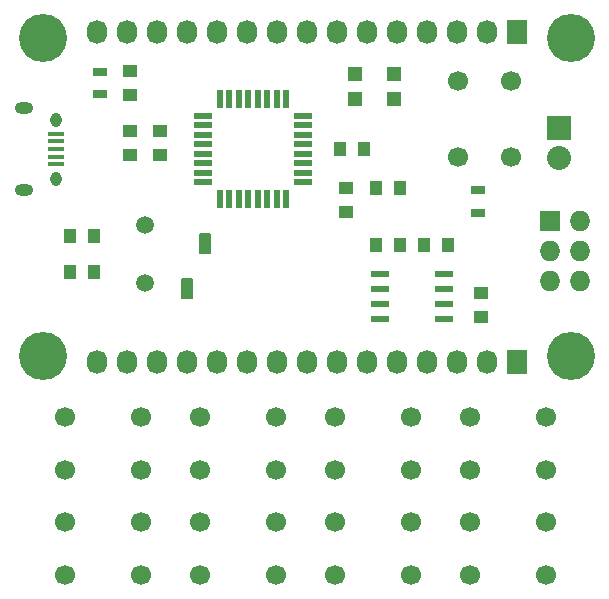
<source format=gts>
G04 #@! TF.FileFunction,Soldermask,Top*
%FSLAX46Y46*%
G04 Gerber Fmt 4.6, Leading zero omitted, Abs format (unit mm)*
G04 Created by KiCad (PCBNEW 4.0.1-stable) date 5/8/2016 2:59:50 PM*
%MOMM*%
G01*
G04 APERTURE LIST*
%ADD10C,0.100000*%
%ADD11C,4.064000*%
%ADD12C,1.700000*%
%ADD13R,1.000000X1.250000*%
%ADD14R,1.250000X1.000000*%
%ADD15R,1.198880X1.198880*%
%ADD16R,1.600000X0.550000*%
%ADD17R,0.550000X1.600000*%
%ADD18R,1.727200X2.032000*%
%ADD19O,1.727200X2.032000*%
%ADD20R,1.300000X0.700000*%
%ADD21R,1.550000X0.600000*%
%ADD22C,1.501140*%
%ADD23R,2.032000X2.032000*%
%ADD24O,2.032000X2.032000*%
%ADD25R,1.350000X0.400000*%
%ADD26O,0.950000X1.250000*%
%ADD27O,1.550000X1.000000*%
%ADD28R,1.727200X1.727200*%
%ADD29O,1.727200X1.727200*%
%ADD30C,0.152400*%
G04 APERTURE END LIST*
D10*
D11*
X112268000Y-97028000D03*
D12*
X125528000Y-129068000D03*
X132028000Y-129068000D03*
X132028000Y-133568000D03*
X125528000Y-133568000D03*
D13*
X116570000Y-113792000D03*
X114570000Y-113792000D03*
X116570000Y-116840000D03*
X114570000Y-116840000D03*
D14*
X122174000Y-106918000D03*
X122174000Y-104918000D03*
X119634000Y-106918000D03*
X119634000Y-104918000D03*
D13*
X140478000Y-109728000D03*
X142478000Y-109728000D03*
X137430000Y-106426000D03*
X139430000Y-106426000D03*
X146542000Y-114554000D03*
X144542000Y-114554000D03*
X140478000Y-114554000D03*
X142478000Y-114554000D03*
D14*
X149352000Y-120634000D03*
X149352000Y-118634000D03*
D15*
X141986000Y-102141020D03*
X141986000Y-100042980D03*
X138684000Y-102141020D03*
X138684000Y-100042980D03*
D16*
X125798000Y-103626000D03*
X125798000Y-104426000D03*
X125798000Y-105226000D03*
X125798000Y-106026000D03*
X125798000Y-106826000D03*
X125798000Y-107626000D03*
X125798000Y-108426000D03*
X125798000Y-109226000D03*
D17*
X127248000Y-110676000D03*
X128048000Y-110676000D03*
X128848000Y-110676000D03*
X129648000Y-110676000D03*
X130448000Y-110676000D03*
X131248000Y-110676000D03*
X132048000Y-110676000D03*
X132848000Y-110676000D03*
D16*
X134298000Y-109226000D03*
X134298000Y-108426000D03*
X134298000Y-107626000D03*
X134298000Y-106826000D03*
X134298000Y-106026000D03*
X134298000Y-105226000D03*
X134298000Y-104426000D03*
X134298000Y-103626000D03*
D17*
X132848000Y-102176000D03*
X132048000Y-102176000D03*
X131248000Y-102176000D03*
X130448000Y-102176000D03*
X129648000Y-102176000D03*
X128848000Y-102176000D03*
X128048000Y-102176000D03*
X127248000Y-102176000D03*
D14*
X137922000Y-111744000D03*
X137922000Y-109744000D03*
D18*
X152400000Y-96520000D03*
D19*
X149860000Y-96520000D03*
X147320000Y-96520000D03*
X144780000Y-96520000D03*
X142240000Y-96520000D03*
X139700000Y-96520000D03*
X137160000Y-96520000D03*
X134620000Y-96520000D03*
X132080000Y-96520000D03*
X129540000Y-96520000D03*
X127000000Y-96520000D03*
X124460000Y-96520000D03*
X121920000Y-96520000D03*
X119380000Y-96520000D03*
X116840000Y-96520000D03*
D18*
X152400000Y-124460000D03*
D19*
X149860000Y-124460000D03*
X147320000Y-124460000D03*
X144780000Y-124460000D03*
X142240000Y-124460000D03*
X139700000Y-124460000D03*
X137160000Y-124460000D03*
X134620000Y-124460000D03*
X132080000Y-124460000D03*
X129540000Y-124460000D03*
X127000000Y-124460000D03*
X124460000Y-124460000D03*
X121920000Y-124460000D03*
X119380000Y-124460000D03*
X116840000Y-124460000D03*
D20*
X117094000Y-101788000D03*
X117094000Y-99888000D03*
X149098000Y-111821000D03*
X149098000Y-109921000D03*
D21*
X146210000Y-120777000D03*
X146210000Y-119507000D03*
X146210000Y-118237000D03*
X146210000Y-116967000D03*
X140810000Y-116967000D03*
X140810000Y-118237000D03*
X140810000Y-119507000D03*
X140810000Y-120777000D03*
D22*
X120904000Y-112875060D03*
X120904000Y-117756940D03*
D12*
X114098000Y-129068000D03*
X120598000Y-129068000D03*
X120598000Y-133568000D03*
X114098000Y-133568000D03*
X136958000Y-129068000D03*
X143458000Y-129068000D03*
X143458000Y-133568000D03*
X136958000Y-133568000D03*
X148388000Y-129068000D03*
X154888000Y-129068000D03*
X154888000Y-133568000D03*
X148388000Y-133568000D03*
X114098000Y-137958000D03*
X120598000Y-137958000D03*
X120598000Y-142458000D03*
X114098000Y-142458000D03*
X125528000Y-137958000D03*
X132028000Y-137958000D03*
X132028000Y-142458000D03*
X125528000Y-142458000D03*
X136958000Y-137958000D03*
X143458000Y-137958000D03*
X143458000Y-142458000D03*
X136958000Y-142458000D03*
X148388000Y-137958000D03*
X154888000Y-137958000D03*
X154888000Y-142458000D03*
X148388000Y-142458000D03*
X151856000Y-100636000D03*
X151856000Y-107136000D03*
X147356000Y-107136000D03*
X147356000Y-100636000D03*
D11*
X156972000Y-97028000D03*
X112268000Y-123952000D03*
X156972000Y-123952000D03*
D23*
X155956000Y-104648000D03*
D24*
X155956000Y-107188000D03*
D25*
X113322540Y-105125100D03*
X113322540Y-105775100D03*
X113322540Y-106425100D03*
X113322540Y-107075100D03*
X113322540Y-107725100D03*
D26*
X113322540Y-103925100D03*
X113322540Y-108925100D03*
D27*
X110622540Y-102925100D03*
X110622540Y-109925100D03*
D28*
X155194000Y-112522000D03*
D29*
X157734000Y-112522000D03*
X155194000Y-115062000D03*
X157734000Y-115062000D03*
X155194000Y-117602000D03*
X157734000Y-117602000D03*
D14*
X119634000Y-99838000D03*
X119634000Y-101838000D03*
D30*
G36*
X124891800Y-119049800D02*
X124028200Y-119049800D01*
X124028200Y-117424200D01*
X124891800Y-117424200D01*
X124891800Y-119049800D01*
X124891800Y-119049800D01*
G37*
X124891800Y-119049800D02*
X124028200Y-119049800D01*
X124028200Y-117424200D01*
X124891800Y-117424200D01*
X124891800Y-119049800D01*
G36*
X126415800Y-115239800D02*
X125552200Y-115239800D01*
X125552200Y-113614200D01*
X126415800Y-113614200D01*
X126415800Y-115239800D01*
X126415800Y-115239800D01*
G37*
X126415800Y-115239800D02*
X125552200Y-115239800D01*
X125552200Y-113614200D01*
X126415800Y-113614200D01*
X126415800Y-115239800D01*
M02*

</source>
